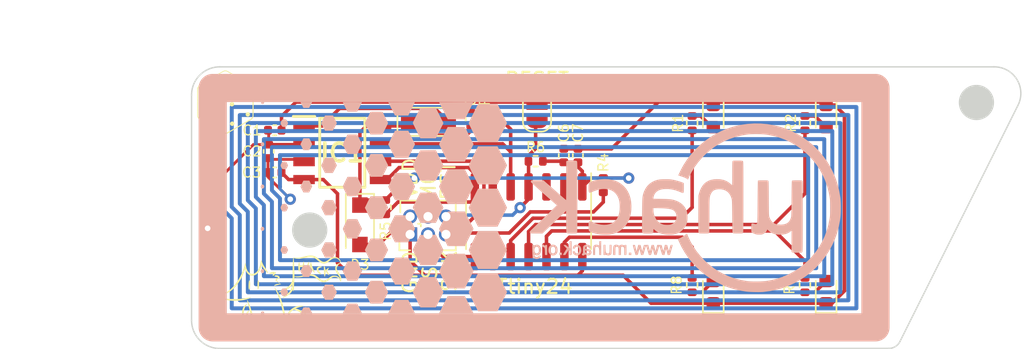
<source format=kicad_pcb>
(kicad_pcb (version 20211014) (generator pcbnew)
  (layers (0 "F.Cu" signal) (31 "B.Cu" signal) (34 "B.Paste" user) (35 "F.Paste" user) (36 "B.SilkS" user "B.Silkscreen") (37 "F.SilkS" user "F.Silkscreen") (38 "B.Mask" user) (39 "F.Mask" user) (44 "Edge.Cuts" user))
  (net 0 "")
  (net 1 "GND")
  (net 2 "VCC")
  (net 3 "Net-(D1-Pad2)")
  (net 4 "Net-(D2-Pad2)")
  (net 5 "/LED_RED")
  (net 6 "/NFC_V_EH")
  (net 7 "Net-(A1-Pad1)")
  (net 8 "Net-(A1-Pad2)")
  (net 9 "/RESET")
  (net 10 "/MISO")
  (net 11 "/INT0")
  (net 12 "/SCL{slash}SCK")
  (net 13 "/SDA{slash}MOSI")
  (net 14 "Net-(D5-Pad2)")
  (net 15 "Net-(D6-Pad2)")
  (net 16 "/LED_BLUE")
  (net 17 "/LED_GREEN")
  (net 18 "/LED_YELLOW")
  (net 19 "VDD")
  (footprint "Diode_SMD:D_SOD-123F" (layer "F.Cu") (at 46.8 23.9)
    (fp_text reference "D4" (at 0 -1.92) (layer "F.SilkS") (effects (font (size 0.7 0.7) (thickness 0.1))))
    (fp_text value "D" hide)
    (pad "1" smd rect (at -1.4 0) (size 1.1 1.1) (layers "F.Cu" "F.Paste" "F.Mask") (net 2 "VCC"))
    (pad "2" smd rect (at 1.4 0) (size 1.1 1.1) (layers "F.Cu" "F.Paste" "F.Mask") (net 6 "/NFC_V_EH"))
  )
  (footprint "Capacitor_SMD:C_0402_1005Metric" (layer "F.Cu") (at 56.4 26.3 90)
    (fp_text reference "C6" (at 1.6 0 90 unlocked) (layer "F.SilkS") (effects (font (size 0.7 0.7) (thickness 0.1))))
    (fp_text value "100nF" hide)
    (pad "1" smd roundrect (at -0.48 0 90) (size 0.56 0.62) (layers "F.Cu" "F.Paste" "F.Mask") (net 2 "VCC"))
    (pad "2" smd roundrect (at 0.48 0 90) (size 0.56 0.62) (layers "F.Cu" "F.Paste" "F.Mask") (net 1 "GND"))
  )
  (footprint "Resistor_SMD:R_0402_1005Metric" (layer "F.Cu") (at 73.5 24 90)
    (fp_text reference "R2" (at 0 -1 90 unlocked) (layer "F.SilkS") (effects (font (size 0.7 0.7) (thickness 0.1))))
    (fp_text value "220" hide)
    (pad "1" smd roundrect (at -0.51 0 90) (size 0.54 0.64) (layers "F.Cu" "F.Paste" "F.Mask") (net 16 "/LED_BLUE"))
    (pad "2" smd roundrect (at 0.51 0 90) (size 0.54 0.64) (layers "F.Cu" "F.Paste" "F.Mask") (net 4 "Net-(D2-Pad2)"))
  )
  (footprint "ST25DV04K-IER6S3:SOIC127P600X175-8N" (layer "F.Cu") (at 40.69 26.1)
    (fp_text reference "IC1" (at 0 0) (layer "F.SilkS") (effects (font (size 1.27 1.27) (thickness 0.254))))
    (fp_text value "ST25DV04K-IER6S3" hide)
    (pad "1" smd rect locked (at -2.712 -1.905 90) (size 0.65 1.525) (layers "F.Cu" "F.Paste" "F.Mask") (net 6 "/NFC_V_EH"))
    (pad "2" smd rect locked (at -2.712 -0.635 90) (size 0.65 1.525) (layers "F.Cu" "F.Paste" "F.Mask") (net 7 "Net-(A1-Pad1)"))
    (pad "3" smd rect locked (at -2.712 0.635 90) (size 0.65 1.525) (layers "F.Cu" "F.Paste" "F.Mask") (net 8 "Net-(A1-Pad2)"))
    (pad "4" smd rect locked (at -2.712 1.905 90) (size 0.65 1.525) (layers "F.Cu" "F.Paste" "F.Mask") (net 1 "GND"))
    (pad "5" smd rect locked (at 2.712 1.905 90) (size 0.65 1.525) (layers "F.Cu" "F.Paste" "F.Mask") (net 13 "/SDA{slash}MOSI"))
    (pad "6" smd rect locked (at 2.712 0.635 90) (size 0.65 1.525) (layers "F.Cu" "F.Paste" "F.Mask") (net 12 "/SCL{slash}SCK"))
    (pad "7" smd rect locked (at 2.712 -0.635 90) (size 0.65 1.525) (layers "F.Cu" "F.Paste" "F.Mask") (net 11 "/INT0"))
    (pad "8" smd rect locked (at 2.712 -1.905 90) (size 0.65 1.525) (layers "F.Cu" "F.Paste" "F.Mask") (net 2 "VCC"))
  )
  (footprint "Resistor_SMD:R_0402_1005Metric" (layer "F.Cu") (at 59.2 28.4 -90)
    (fp_text reference "R4" (at -1.6 0 90 unlocked) (layer "F.SilkS") (effects (font (size 0.7 0.7) (thickness 0.1))))
    (fp_text value "1.5K" hide)
    (pad "1" smd roundrect (at -0.51 0 270) (size 0.54 0.64) (layers "F.Cu" "F.Paste" "F.Mask") (net 2 "VCC"))
    (pad "2" smd roundrect (at 0.51 0 270) (size 0.54 0.64) (layers "F.Cu" "F.Paste" "F.Mask") (net 12 "/SCL{slash}SCK"))
  )
  (footprint "Resistor_SMD:R_0402_1005Metric" (layer "F.Cu") (at 65.5 24 -90)
    (fp_text reference "R1" (at 0 1 90 unlocked) (layer "F.SilkS") (effects (font (size 0.7 0.7) (thickness 0.1))))
    (fp_text value "220" hide)
    (pad "1" smd roundrect (at -0.51 0 270) (size 0.54 0.64) (layers "F.Cu" "F.Paste" "F.Mask") (net 3 "Net-(D1-Pad2)"))
    (pad "2" smd roundrect (at 0.51 0 270) (size 0.54 0.64) (layers "F.Cu" "F.Paste" "F.Mask") (net 5 "/LED_RED"))
  )
  (footprint "LOGO" (layer "F.Cu") (at 36.2 36.1)
    (fp_text reference "G***" hide)
    (fp_text value "LOGO" hide)
  )
  (footprint "LED_SMD:LED_0603_1608Metric" (layer "F.Cu") (at 75 23.5 -90)
    (fp_text reference "D2" (at -2.2 0 unlocked) (layer "F.SilkS") (effects (font (size 0.7 0.7) (thickness 0.1))))
    (fp_text value "LED_BLUE" hide)
    (pad "1" smd roundrect (at -0.7875 0 270) (size 0.875 0.95) (layers "F.Cu" "F.Paste" "F.Mask") (net 1 "GND"))
    (pad "2" smd roundrect (at 0.7875 0 270) (size 0.875 0.95) (layers "F.Cu" "F.Paste" "F.Mask") (net 4 "Net-(D2-Pad2)"))
  )
  (footprint "Capacitor_SMD:C_0402_1005Metric" (layer "F.Cu") (at 57.4 26.3 90)
    (fp_text reference "C7" (at 1.6 0 90) (layer "F.SilkS") (effects (font (size 0.7 0.7) (thickness 0.1))))
    (fp_text value "1nF" hide)
    (pad "1" smd roundrect (at -0.48 0 90) (size 0.56 0.62) (layers "F.Cu" "F.Paste" "F.Mask") (net 2 "VCC"))
    (pad "2" smd roundrect (at 0.48 0 90) (size 0.56 0.62) (layers "F.Cu" "F.Paste" "F.Mask") (net 1 "GND"))
  )
  (footprint "LED_SMD:LED_0603_1608Metric" (layer "F.Cu") (at 67 23.5 -90)
    (fp_text reference "D1" (at -2.2 0 unlocked) (layer "F.SilkS") (effects (font (size 0.7 0.7) (thickness 0.1))))
    (fp_text value "LED_RED" hide)
    (pad "1" smd roundrect (at -0.7875 0 270) (size 0.875 0.95) (layers "F.Cu" "F.Paste" "F.Mask") (net 1 "GND"))
    (pad "2" smd roundrect (at 0.7875 0 270) (size 0.875 0.95) (layers "F.Cu" "F.Paste" "F.Mask") (net 3 "Net-(D1-Pad2)"))
  )
  (footprint "LOGO" (layer "F.Cu") (at 32.4 22.5)
    (fp_text reference "G***" hide)
    (fp_text value "LOGO" hide)
  )
  (footprint "Resistor_SMD:R_0402_1005Metric" (layer "F.Cu") (at 73.5 35.5 -90)
    (fp_text reference "R7" (at 0 1.1 90) (layer "F.SilkS") (effects (font (size 0.7 0.7) (thickness 0.1))))
    (fp_text value "220" hide)
    (pad "1" smd roundrect (at -0.51 0 270) (size 0.54 0.64) (layers "F.Cu" "F.Paste" "F.Mask") (net 17 "/LED_GREEN"))
    (pad "2" smd roundrect (at 0.51 0 270) (size 0.54 0.64) (layers "F.Cu" "F.Paste" "F.Mask") (net 14 "Net-(D5-Pad2)"))
  )
  (footprint "Capacitor_SMD:C_0402_1005Metric" (layer "F.Cu") (at 35.9 24.5 180)
    (fp_text reference "C1" (at 1.61 -0.01 unlocked) (layer "F.SilkS") (effects (font (size 0.7 0.7) (thickness 0.1))))
    (fp_text value "NC")
    (pad "1" smd roundrect (at -0.48 0 180) (size 0.56 0.62) (layers "F.Cu" "F.Paste" "F.Mask") (net 1 "GND"))
    (pad "2" smd roundrect (at 0.48 0 180) (size 0.56 0.62) (layers "F.Cu" "F.Paste" "F.Mask") (net 7 "Net-(A1-Pad1)"))
  )
  (footprint "LED_SMD:LED_0603_1608Metric" (layer "F.Cu") (at 67 36 90)
    (fp_text reference "D6" (at -2.3 0 180) (layer "F.SilkS") (effects (font (size 0.7 0.7) (thickness 0.1))))
    (fp_text value "LED_YELLOW" hide)
    (pad "1" smd roundrect (at -0.7875 0 90) (size 0.875 0.95) (layers "F.Cu" "F.Paste" "F.Mask") (net 1 "GND"))
    (pad "2" smd roundrect (at 0.7875 0 90) (size 0.875 0.95) (layers "F.Cu" "F.Paste" "F.Mask") (net 15 "Net-(D6-Pad2)"))
  )
  (footprint "LED_SMD:LED_0603_1608Metric" (layer "F.Cu") (at 75 36 90)
    (fp_text reference "D5" (at -2.3 0) (layer "F.SilkS") (effects (font (size 0.7 0.7) (thickness 0.1))))
    (fp_text value "LED_GREEN" hide)
    (pad "1" smd roundrect (at -0.7875 0 90) (size 0.875 0.95) (layers "F.Cu" "F.Paste" "F.Mask") (net 1 "GND"))
    (pad "2" smd roundrect (at 0.7875 0 90) (size 0.875 0.95) (layers "F.Cu" "F.Paste" "F.Mask") (net 14 "Net-(D5-Pad2)"))
  )
  (footprint "Package_SO:SOIC-14_3.9x8.7mm_P1.27mm" (layer "F.Cu") (at 53.9 31 -90)
    (fp_text reference "U2" hide)
    (fp_text value "ATtiny24" (at 4.6 0 180) (layer "F.SilkS"))
    (pad "1" smd roundrect (at -2.475 -3.81 270) (size 1.95 0.6) (layers "F.Cu" "F.Paste" "F.Mask") (net 2 "VCC"))
    (pad "2" smd roundrect (at -2.475 -2.54 270) (size 1.95 0.6) (layers "F.Cu" "F.Paste" "F.Mask"))
    (pad "3" smd roundrect (at -2.475 -1.27 270) (size 1.95 0.6) (layers "F.Cu" "F.Paste" "F.Mask"))
    (pad "4" smd roundrect (at -2.475 0 270) (size 1.95 0.6) (layers "F.Cu" "F.Paste" "F.Mask") (net 9 "/RESET"))
    (pad "5" smd roundrect (at -2.475 1.27 270) (size 1.95 0.6) (layers "F.Cu" "F.Paste" "F.Mask") (net 11 "/INT0"))
    (pad "6" smd roundrect (at -2.475 2.54 270) (size 1.95 0.6) (layers "F.Cu" "F.Paste" "F.Mask"))
    (pad "7" smd roundrect (at -2.475 3.81 270) (size 1.95 0.6) (layers "F.Cu" "F.Paste" "F.Mask") (net 13 "/SDA{slash}MOSI"))
    (pad "8" smd roundrect (at 2.475 3.81 270) (size 1.95 0.6) (layers "F.Cu" "F.Paste" "F.Mask") (net 10 "/MISO"))
    (pad "9" smd roundrect (at 2.475 2.54 270) (size 1.95 0.6) (layers "F.Cu" "F.Paste" "F.Mask") (net 12 "/SCL{slash}SCK"))
    (pad "10" smd roundrect (at 2.475 1.27 270) (size 1.95 0.6) (layers "F.Cu" "F.Paste" "F.Mask") (net 5 "/LED_RED"))
    (pad "11" smd roundrect (at 2.475 0 270) (size 1.95 0.6) (layers "F.Cu" "F.Paste" "F.Mask") (net 16 "/LED_BLUE"))
    (pad "12" smd roundrect (at 2.475 -1.27 270) (size 1.95 0.6) (layers "F.Cu" "F.Paste" "F.Mask") (net 17 "/LED_GREEN"))
    (pad "13" smd roundrect (at 2.475 -2.54 270) (size 1.95 0.6) (layers "F.Cu" "F.Paste" "F.Mask") (net 18 "/LED_YELLOW"))
    (pad "14" smd roundrect (at 2.475 -3.81 270) (size 1.95 0.6) (layers "F.Cu" "F.Paste" "F.Mask") (net 1 "GND"))
  )
  (footprint "Resistor_SMD:R_0402_1005Metric" (layer "F.Cu") (at 43.76 29.97 -90)
    (fp_text reference "R5" (at 1.7 0 -270 unlocked) (layer "F.SilkS") (effects (font (size 0.7 0.7) (thickness 0.1))))
    (fp_text value "1.5K" hide)
    (pad "1" smd roundrect (at -0.51 0 270) (size 0.54 0.64) (layers "F.Cu" "F.Paste" "F.Mask") (net 2 "VCC"))
    (pad "2" smd roundrect (at 0.51 0 270) (size 0.54 0.64) (layers "F.Cu" "F.Paste" "F.Mask") (net 13 "/SDA{slash}MOSI"))
  )
  (footprint "Resistor_SMD:R_0402_1005Metric" (layer "F.Cu") (at 50.8 23.7 90)
    (fp_text reference "R3" (at 1.6 0 90 unlocked) (layer "F.SilkS") (effects (font (size 0.7 0.7) (thickness 0.1))))
    (fp_text value "1.5K" hide)
    (pad "1" smd roundrect (at -0.51 0 90) (size 0.54 0.64) (layers "F.Cu" "F.Paste" "F.Mask") (net 2 "VCC"))
    (pad "2" smd roundrect (at 0.51 0 90) (size 0.54 0.64) (layers "F.Cu" "F.Paste" "F.Mask") (net 11 "/INT0"))
  )
  (footprint "Capacitor_SMD:C_0402_1005Metric" (layer "F.Cu") (at 35.47 26 -90)
    (fp_text reference "C2" (at 0 1.18 unlocked) (layer "F.SilkS") (effects (font (size 0.7 0.7) (thickness 0.1))))
    (fp_text value "NC")
    (pad "1" smd roundrect (at -0.48 0 270) (size 0.56 0.62) (layers "F.Cu" "F.Paste" "F.Mask") (net 7 "Net-(A1-Pad1)"))
    (pad "2" smd roundrect (at 0.48 0 270) (size 0.56 0.62) (layers "F.Cu" "F.Paste" "F.Mask") (net 8 "Net-(A1-Pad2)"))
  )
  (footprint "Capacitor_SMD:C_0402_1005Metric" (layer "F.Cu") (at 35.9 27.5)
    (fp_text reference "C3" (at -1.64 0 unlocked) (layer "F.SilkS") (effects (font (size 0.7 0.7) (thickness 0.1))))
    (fp_text value "NC")
    (pad "1" smd roundrect (at -0.48 0) (size 0.56 0.62) (layers "F.Cu" "F.Paste" "F.Mask") (net 8 "Net-(A1-Pad2)"))
    (pad "2" smd roundrect (at 0.48 0) (size 0.56 0.62) (layers "F.Cu" "F.Paste" "F.Mask") (net 1 "GND"))
  )
  (footprint "Capacitor_SMD:C_0402_1005Metric" (layer "F.Cu") (at 49.8 23.7 90)
    (fp_text reference "C10" (at 1.9 0 90 unlocked) (layer "F.SilkS") (effects (font (size 0.7 0.7) (thickness 0.1))))
    (fp_text value "10nF" hide)
    (pad "1" smd roundrect (at -0.48 0 90) (size 0.56 0.62) (layers "F.Cu" "F.Paste" "F.Mask") (net 2 "VCC"))
    (pad "2" smd roundrect (at 0.48 0 90) (size 0.56 0.62) (layers "F.Cu" "F.Paste" "F.Mask") (net 1 "GND"))
  )
  (footprint "Diode_SMD:D_SOD-123F" (layer "F.Cu") (at 41.94 31.2175 -90)
    (fp_text reference "D3" (at 2.8325 0 180) (layer "F.SilkS") (effects (font (size 0.7 0.7) (thickness 0.1))))
    (fp_text value "D" hide)
    (pad "1" smd rect (at -1.4 0 270) (size 1.1 1.1) (layers "F.Cu" "F.Paste" "F.Mask") (net 2 "VCC"))
    (pad "2" smd rect (at 1.4 0 270) (size 1.1 1.1) (layers "F.Cu" "F.Paste" "F.Mask") (net 19 "VDD"))
  )
  (footprint "Resistor_SMD:R_0402_1005Metric" (layer "F.Cu") (at 65.5 35.5 -90)
    (fp_text reference "R8" (at 0 1.1 90) (layer "F.SilkS") (effects (font (size 0.7 0.7) (thickness 0.1))))
    (fp_text value "220" hide)
    (pad "1" smd roundrect (at -0.51 0 270) (size 0.54 0.64) (layers "F.Cu" "F.Paste" "F.Mask") (net 18 "/LED_YELLOW"))
    (pad "2" smd roundrect (at 0.51 0 270) (size 0.54 0.64) (layers "F.Cu" "F.Paste" "F.Mask") (net 15 "Net-(D6-Pad2)"))
  )
  (footprint "Resistor_SMD:R_0402_1005Metric" (layer "F.Cu") (at 54.4 26.7 180)
    (fp_text reference "R6" (at 0 1 unlocked) (layer "F.SilkS") (effects (font (size 0.7 0.7) (thickness 0.1))))
    (fp_text value "10K" hide)
    (pad "1" smd roundrect (at -0.51 0 180) (size 0.54 0.64) (layers "F.Cu" "F.Paste" "F.Mask") (net 2 "VCC"))
    (pad "2" smd roundrect (at 0.51 0 180) (size 0.54 0.64) (layers "F.Cu" "F.Paste" "F.Mask") (net 9 "/RESET"))
  )
  (footprint "Connector_PinHeader_1.27mm:PinHeader_2x03_P1.27mm_Vertical" (layer "F.Cu") (at 45.5 31.9 90)
    (fp_text reference "J1" hide)
    (fp_text value "SPI_Header" hide)
    (pad "1" thru_hole rect (at 0 0 90) (size 1 1) (drill 0.65) (layers *.Cu *.Mask) (net 1 "GND"))
    (pad "2" thru_hole oval (at 1.27 0 90) (size 1 1) (drill 0.65) (layers *.Cu *.Mask) (net 19 "VDD"))
    (pad "3" thru_hole oval (at 0 1.27 90) (size 1 1) (drill 0.65) (layers *.Cu *.Mask) (net 10 "/MISO"))
    (pad "4" thru_hole oval (at 1.27 1.27 90) (size 1 1) (drill 0.65) (layers *.Cu *.Mask) (net 13 "/SDA{slash}MOSI"))
    (pad "5" thru_hole oval (at 0 2.54 90) (size 1 1) (drill 0.65) (layers *.Cu *.Mask) (net 12 "/SCL{slash}SCK"))
    (pad "6" thru_hole oval (at 1.27 2.54 90) (size 1 1) (drill 0.65) (layers *.Cu *.Mask) (net 9 "/RESET"))
  )
  (footprint "Jumper:SolderJumper-2_P1.3mm_Open_RoundedPad1.0x1.5mm" (layer "F.Cu") (at 54.5 23.2 90)
    (fp_text reference "JP1" hide)
    (fp_text value "RESET" (at 2.3 0 180) (layer "F.SilkS"))
    (pad "1" smd custom (at -0.65 0 90) (size 1 0.5) (layers "F.Cu" "F.Mask") (net 9 "/RESET") (options (clearance outline) (anchor rect)) (primitives (gr_circle (center 0 0.25) (end 0.5 0.25) (width 0) (fill yes)) (gr_circle (center 0 -0.25) (end 0.5 -0.25) (width 0) (fill yes)) (gr_poly (pts (xy 0.5 0.75) (xy 0 0.75) (xy 0 -0.75) (xy 0.5 -0.75)) (width 0) (fill yes))))
    (pad "2" smd custom (at 0.65 0 90) (size 1 0.5) (layers "F.Cu" "F.Mask") (net 1 "GND") (options (clearance outline) (anchor rect)) (primitives (gr_circle (center 0 0.25) (end 0.5 0.25) (width 0) (fill yes)) (gr_circle (center 0 -0.25) (end 0.5 -0.25) (width 0) (fill yes)) (gr_poly (pts (xy 0 0.75) (xy -0.5 0.75) (xy -0.5 -0.75) (xy 0 -0.75)) (width 0) (fill yes))))
  )
  (footprint "MuTag Antenna:mutag_new_antenna" (layer "B.Cu") (at 79 39 90)
    (fp_text reference "A1" hide)
    (fp_text value "MuTag_NFC_Antenna" hide)
    (pad "1" smd circle (at 7.534491 -47.86 90) (size 0.28 0.28) (layers "B.Cu" "B.Paste" "B.Mask") (net 7 "Net-(A1-Pad1)"))
    (pad "1" smd custom (at 7.534491 -47.86 90) (size 0.28 0.28) (layers "B.Cu") (net 7 "Net-(A1-Pad1)") (options (clearance outline) (anchor circle)) (primitives (gr_line (start -7.394491 0) (end 0 0) (width 0.28)) (gr_line (start -7.394491 47.72) (end -7.394491 0) (width 0.28)) (gr_line (start 10.325509 47.72) (end -7.394491 47.72) (width 0.28)) (gr_line (start 10.325509 0) (end 10.325509 47.72) (width 0.28)) (gr_line (start 0.806102 0) (end 10.325509 0) (width 0.28)) (gr_line (start 0.236102 0.57) (end 0.806102 0) (width 0.28)) (gr_line (start -6.824491 0.57) (end 0.236102 0.57) (width 0.28)) (gr_line (start -6.824491 47.15) (end -6.824491 0.57) (width 0.28)) (gr_line (start 9.755509 47.15) (end -6.824491 47.15) (width 0.28)) (gr_line (start 9.755509 0.57) (end 9.755509 47.15) (width 0.28)) (gr_line (start 1.042203 0.57) (end 9.755509 0.57) (width 0.28)) (gr_line (start 0.472203 1.14) (end 1.042203 0.57) (width 0.28)) (gr_line (start -6.254491 1.14) (end 0.472203 1.14) (width 0.28)) (gr_line (start -6.254491 46.58) (end -6.254491 1.14) (width 0.28)) (gr_line (start 9.185509 46.58) (end -6.254491 46.58) (width 0.28)) (gr_line (start 9.185509 1.14) (end 9.185509 46.58) (width 0.28)) (gr_line (start 1.278305 1.14) (end 9.185509 1.14) (width 0.28)) (gr_line (start 0.708305 1.71) (end 1.278305 1.14) (width 0.28)) (gr_line (start -5.684491 1.71) (end 0.708305 1.71) (width 0.28)) (gr_line (start -5.684491 46.01) (end -5.684491 1.71) (width 0.28)) (gr_line (start 8.615509 46.01) (end -5.684491 46.01) (width 0.28)) (gr_line (start 8.615509 1.71) (end 8.615509 46.01) (width 0.28)) (gr_line (start 1.514407 1.71) (end 8.615509 1.71) (width 0.28)) (gr_line (start 0.944407 2.28) (end 1.514407 1.71) (width 0.28)) (gr_line (start -5.114491 2.28) (end 0.944407 2.28) (width 0.28)) (gr_line (start -5.114491 45.44) (end -5.114491 2.28) (width 0.28)) (gr_line (start 8.045509 45.44) (end -5.114491 45.44) (width 0.28)) (gr_line (start 8.045509 2.28) (end 8.045509 45.44) (width 0.28)) (gr_line (start 1.750509 2.28) (end 8.045509 2.28) (width 0.28)) (gr_line (start 1.180509 2.85) (end 1.750509 2.28) (width 0.28)) (gr_line (start -4.544491 2.85) (end 1.180509 2.85) (width 0.28)) (gr_line (start -4.544491 44.87) (end -4.544491 2.85) (width 0.28)) (gr_line (start 7.475509 44.87) (end -4.544491 44.87) (width 0.28)) (gr_line (start 7.475509 2.85) (end 7.475509 44.87) (width 0.28)) (gr_line (start 1.98661 2.85) (end 7.475509 2.85) (width 0.28)) (gr_line (start 1.41661 3.42) (end 1.98661 2.85) (width 0.28)) (gr_line (start -3.974491 3.42) (end 1.41661 3.42) (width 0.28)) (gr_line (start -3.974491 44.3) (end -3.974491 3.42) (width 0.28)) (gr_line (start 6.905509 44.3) (end -3.974491 44.3) (width 0.28)) (gr_line (start 6.905509 3.42) (end 6.905509 44.3) (width 0.28)) (gr_line (start 2.222712 3.42) (end 6.905509 3.42) (width 0.28)) (gr_line (start 1.652712 3.99) (end 2.222712 3.42) (width 0.28)) (gr_line (start -3.404491 3.99) (end 1.652712 3.99) (width 0.28)) (gr_line (start -3.404491 43.73) (end -3.404491 3.99) (width 0.28)) (gr_line (start 6.335509 43.73) (end -3.404491 43.73) (width 0.28)) (gr_line (start 6.335509 3.99) (end 6.335509 43.73) (width 0.28)) (gr_line (start 2.458814 3.99) (end 6.335509 3.99) (width 0.28)) (gr_line (start 1.888814 4.56) (end 2.458814 3.99) (width 0.28)) (gr_line (start -2.834491 4.56) (end 1.888814 4.56) (width 0.28)) (gr_line (start -2.834491 43.16) (end -2.834491 4.56) (width 0.28)) (gr_line (start 5.765509 43.16) (end -2.834491 43.16) (width 0.28)) (gr_line (start 5.765509 4.56) (end 5.765509 43.16) (width 0.28)) (gr_line (start 2.694916 4.56) (end 5.765509 4.56) (width 0.28)) (gr_line (start 2.124916 5.13) (end 2.694916 4.56) (width 0.28)) (gr_line (start -2.264491 5.13) (end 2.124916 5.13) (width 0.28)) (gr_line (start -2.264491 42.59) (end -2.264491 5.13) (width 0.28)) (gr_line (start 5.195509 42.59) (end -2.264491 42.59) (width 0.28)) (gr_line (start 5.195509 5.13) (end 5.195509 42.59) (width 0.28))))
    (pad "2" smd circle (at 10.465509 -42.73 90) (size 0.28 0.28) (layers "B.Cu" "B.Paste" "B.Mask") (net 8 "Net-(A1-Pad2)"))
    (pad "2" smd custom (at 10.465509 -42.73 90) (size 0.28 0.28) (layers "B.Cu") (net 8 "Net-(A1-Pad2)") (options (clearance outline) (anchor circle)) (primitives (gr_line (start 2.264491 0) (end 0 0) (width 0.28))))
  )
  (footprint "LOGO" (layer "B.Cu") (at 42.5 30 90)
    (fp_text reference "G***" hide)
    (fp_text value "LOGO" hide)
  )
  (footprint "LOGO" (layer "B.Cu") (at 65 30 180)
    (fp_text reference "G***" hide)
    (fp_text value "LOGO" hide)
  )
  (gr_rect (start 31.5 21.5) (end 78.5 38.5) (layer "B.SilkS") (width 2) (fill none))
  (gr_arc (start 86.9 20) (mid 88.531714 20.89521) (end 88.594066 22.755318) (layer "Edge.Cuts") (width 0.1))
  (gr_line (start 32 20) (end 86.9 20) (layer "Edge.Cuts") (width 0.1))
  (gr_circle (center 38.38 31.59) (end 39.532 31.59) (layer "Edge.Cuts") (width 0.2) (fill solid))
  (gr_line (start 88.594066 22.755318) (end 80.26 39.46) (layer "Edge.Cuts") (width 0.1))
  (gr_line (start 30 38) (end 30 22) (layer "Edge.Cuts") (width 0.1))
  (gr_arc (start 32 40) (mid 30.585786 39.414214) (end 30 38) (layer "Edge.Cuts") (width 0.1))
  (gr_arc (start 30 22) (mid 30.585786 20.585786) (end 32 20) (layer "Edge.Cuts") (width 0.1))
  (gr_line (start 79.449953 39.994972) (end 32 40) (layer "Edge.Cuts") (width 0.1))
  (gr_circle (center 85.66 22.53) (end 86.812 22.53) (layer "Edge.Cuts") (width 0.2) (fill solid))
  (gr_arc (start 80.26 39.46) (mid 79.934875 39.848467) (end 79.449953 39.994972) (layer "Edge.Cuts") (width 0.1))
  (gr_text "VDD" (at 45.5 27.9 90) (layer "F.SilkS") (effects (font (size 1 1))))
  (gr_text "RST" (at 48.2 28.1 90) (layer "F.SilkS") (effects (font (size 1 1))))
  (gr_text "GND" (at 45.5 34.6 90) (layer "F.SilkS") (effects (font (size 1 1))))
  (gr_text "SCK" (at 48.3 34.5 90) (layer "F.SilkS") (effects (font (size 1 1))))
  (gr_text "MOSI" (at 46.8 27.7 90) (layer "F.SilkS") (effects (font (size 1 1))))
  (gr_text "MISO" (at 46.9 34.9 90) (layer "F.SilkS") (effects (font (size 1 1))))
  (segment (start 76.3 35.9125) (end 75.425 36.7875) (width 0.25) (layer "F.Cu") (net 1))
  (segment (start 54.55 22.5) (end 63.1 22.5) (width 0.25) (layer "F.Cu") (net 1))
  (segment (start 40.35 29.01) (end 39.345 28.005) (width 0.25) (layer "F.Cu") (net 1))
  (segment (start 49.8 22.9) (end 49.8 23.22) (width 0.25) (layer "F.Cu") (net 1))
  (segment (start 46.53 34.8) (end 57.4 34.8) (width 0.25) (layer "F.Cu") (net 1))
  (segment (start 75 22.7125) (end 75.6125 22.7125) (width 0.25) (layer "F.Cu") (net 1))
  (segment (start 41.23 34.8) (end 40.35 33.92) (width 0.25) (layer "F.Cu") (net 1))
  (segment (start 60.6 34.8) (end 62.5875 36.7875) (width 0.25) (layer "F.Cu") (net 1))
  (segment (start 57.4 34.8) (end 57.71 34.49) (width 0.25) (layer "F.Cu") (net 1))
  (segment (start 36.885 28.005) (end 36.38 27.5) (width 0.25) (layer "F.Cu") (net 1))
  (segment (start 59.78 25.82) (end 63.1 22.5) (width 0.25) (layer "F.Cu") (net 1))
  (segment (start 75 36.7875) (end 67 36.7875) (width 0.25) (layer "F.Cu") (net 1))
  (segment (start 57.4 34.8) (end 60.6 34.8) (width 0.25) (layer "F.Cu") (net 1))
  (segment (start 49.4 22.5) (end 49.8 22.9) (width 0.25) (layer "F.Cu") (net 1))
  (segment (start 74.7875 22.5) (end 75 22.7125) (width 0.25) (layer "F.Cu") (net 1))
  (segment (start 49.4 22.5) (end 54.45 22.5) (width 0.25) (layer "F.Cu") (net 1))
  (segment (start 66.3 22.5) (end 74.7875 22.5) (width 0.25) (layer "F.Cu") (net 1))
  (segment (start 40.35 33.92) (end 40.35 29.01) (width 0.25) (layer "F.Cu") (net 1))
  (segment (start 66.3 22.5) (end 66.7875 22.5) (width 0.25) (layer "F.Cu") (net 1))
  (segment (start 46.53 34.8) (end 41.23 34.8) (width 0.25) (layer "F.Cu") (net 1))
  (segment (start 75.425 36.7875) (end 75 36.7875) (width 0.25) (layer "F.Cu") (net 1))
  (segment (start 36.38 24.5) (end 36.38 23.52) (width 0.25) (layer "F.Cu") (net 1))
  (segment (start 45.5 33.77) (end 46.53 34.8) (width 0.25) (layer "F.Cu") (net 1))
  (segment (start 76.3 23.4) (end 76.3 35.9125) (width 0.25) (layer "F.Cu") (net 1))
  (segment (start 39.345 28.005) (end 37.978 28.005) (width 0.25) (layer "F.Cu") (net 1))
  (segment (start 63.1 22.5) (end 66.3 22.5) (width 0.25) (layer "F.Cu") (net 1))
  (segment (start 57.4 25.82) (end 59.78 25.82) (width 0.25) (layer "F.Cu") (net 1))
  (segment (start 37.978 28.005) (end 36.885 28.005) (width 0.25) (layer "F.Cu") (net 1))
  (segment (start 66.7875 22.5) (end 67 22.7125) (width 0.25) (layer "F.Cu") (net 1))
  (segment (start 75.6125 22.7125) (end 76.3 23.4) (width 0.25) (layer "F.Cu") (net 1))
  (segment (start 37.4 22.5) (end 49.4 22.5) (width 0.25) (layer "F.Cu") (net 1))
  (segment (start 57.71 34.49) (end 57.71 33.475) (width 0.25) (layer "F.Cu") (net 1))
  (segment (start 62.5875 36.7875) (end 67 36.7875) (width 0.25) (layer "F.Cu") (net 1))
  (segment (start 36.38 27.5) (end 36.38 27.58) (width 0.25) (layer "F.Cu") (net 1))
  (segment (start 56.4 25.82) (end 57.4 25.82) (width 0.25) (layer "F.Cu") (net 1))
  (segment (start 45.5 31.9) (end 45.5 33.77) (width 0.25) (layer "F.Cu") (net 1))
  (segment (start 36.38 23.52) (end 37.4 22.5) (width 0.25) (layer "F.Cu") (net 1))
  (segment (start 56.4 26.78) (end 57.4 26.78) (width 0.25) (layer "F.Cu") (net 2))
  (segment (start 49.8 24.55) (end 49.8 24.18) (width 0.25) (layer "F.Cu") (net 2))
  (segment (start 60.99 27.89) (end 59.2 27.89) (width 0.25) (layer "F.Cu") (net 2))
  (segment (start 58.345 27.89) (end 57.71 28.525) (width 0.25) (layer "F.Cu") (net 2))
  (segment (start 50.77 24.18) (end 50.8 24.21) (width 0.25) (layer "F.Cu") (net 2))
  (segment (start 49.5 24.85) (end 49.8 24.55) (width 0.25) (layer "F.Cu") (net 2))
  (segment (start 54.91 26.7) (end 56.32 26.7) (width 0.25) (layer "F.Cu") (net 2))
  (segment (start 45.4 23.9) (end 46.35 24.85) (width 0.25) (layer "F.Cu") (net 2))
  (segment (start 49.785 24.195) (end 49.8 24.18) (width 0.25) (layer "F.Cu") (net 2))
  (segment (start 45.8 27.9) (end 45.3 27.9) (width 0.25) (layer "F.Cu") (net 2))
  (segment (start 41.94 29.8175) (end 41.94 24.66) (width 0.25) (layer "F.Cu") (net 2))
  (segment (start 45.105 24.195) (end 45.4 23.9) (width 0.25) (layer "F.Cu") (net 2))
  (segment (start 59.2 27.89) (end 58.345 27.89) (width 0.25) (layer "F.Cu") (net 2))
  (segment (start 42.2975 29.46) (end 41.94 29.8175) (width 0.25) (layer "F.Cu") (net 2))
  (segment (start 57.4 27.1) (end 57.71 27.41) (width 0.25) (layer "F.Cu") (net 2))
  (segment (start 57.71 27.41) (end 57.71 28.525) (width 0.25) (layer "F.Cu") (net 2))
  (segment (start 49.8 24.18) (end 50.77 24.18) (width 0.25) (layer "F.Cu") (net 2))
  (segment (start 46.35 24.85) (end 49.5 24.85) (width 0.25) (layer "F.Cu") (net 2))
  (segment (start 42.405 24.195) (end 43.402 24.195) (width 0.25) (layer "F.Cu") (net 2))
  (segment (start 43.76 29.44) (end 43.76 29.46) (width 0.25) (layer "F.Cu") (net 2))
  (segment (start 57.4 26.78) (end 57.4 27.1) (width 0.25) (layer "F.Cu") (net 2))
  (segment (start 43.402 24.195) (end 45.105 24.195) (width 0.25) (layer "F.Cu") (net 2))
  (segment (start 45.3 27.9) (end 43.76 29.44) (width 0.25) (layer "F.Cu") (net 2))
  (segment (start 41.94 24.66) (end 42.405 24.195) (width 0.25) (layer "F.Cu") (net 2))
  (segment (start 61 27.9) (end 60.99 27.89) (width 0.25) (layer "F.Cu") (net 2))
  (segment (start 43.76 29.46) (end 42.2975 29.46) (width 0.25) (layer "F.Cu") (net 2))
  (segment (start 56.32 26.7) (end 56.4 26.78) (width 0.25) (layer "F.Cu") (net 2))
  (via (at 61 27.9) (size 0.8) (drill 0.4) (layers "F.Cu" "B.Cu") (net 2))
  (via (at 45.8 27.9) (size 0.8) (drill 0.4) (layers "F.Cu" "B.Cu") (net 2))
  (segment (start 45.8 27.9) (end 61 27.9) (width 0.25) (layer "B.Cu") (net 2))
  (segment (start 66.1025 23.49) (end 66.8 24.1875) (width 0.25) (layer "F.Cu") (net 3))
  (segment (start 65.5 23.49) (end 66.1025 23.49) (width 0.25) (layer "F.Cu") (net 3))
  (segment (start 74.2025 23.49) (end 75 24.2875) (width 0.25) (layer "F.Cu") (net 4))
  (segment (start 73.5 23.49) (end 74.2025 23.49) (width 0.25) (layer "F.Cu") (net 4))
  (segment (start 52.63 33.475) (end 52.63 32.331702) (width 0.25) (layer "F.Cu") (net 5))
  (segment (start 54.211702 30.75) (end 64.73 30.75) (width 0.25) (layer "F.Cu") (net 5))
  (segment (start 65.5 29.98) (end 65.5 24.51) (width 0.25) (layer "F.Cu") (net 5))
  (segment (start 52.63 32.331702) (end 54.211702 30.75) (width 0.25) (layer "F.Cu") (net 5))
  (segment (start 64.73 30.75) (end 65.5 29.98) (width 0.25) (layer "F.Cu") (net 5))
  (segment (start 37.978 24.195) (end 39.255 24.195) (width 0.25) (layer "F.Cu") (net 6))
  (segment (start 39.255 24.195) (end 40.5 22.95) (width 0.25) (layer "F.Cu") (net 6))
  (segment (start 47.25 22.95) (end 48.2 23.9) (width 0.25) (layer "F.Cu") (net 6))
  (segment (start 40.5 22.95) (end 47.25 22.95) (width 0.25) (layer "F.Cu") (net 6))
  (segment (start 31.14 28.76) (end 34.38 25.52) (width 0.2) (layer "F.Cu") (net 7))
  (segment (start 31.14 31.465509) (end 31.14 28.76) (width 0.2) (layer "F.Cu") (net 7))
  (segment (start 35.49 25.5) (end 37.943 25.5) (width 0.2) (layer "F.Cu") (net 7))
  (segment (start 35.47 25.52) (end 35.47 24.55) (width 0.2) (layer "F.Cu") (net 7))
  (segment (start 37.943 25.5) (end 37.978 25.465) (width 0.2) (layer "F.Cu") (net 7))
  (segment (start 35.47 25.52) (end 35.49 25.5) (width 0.2) (layer "F.Cu") (net 7))
  (segment (start 35.47 24.55) (end 35.42 24.5) (width 0.2) (layer "F.Cu") (net 7))
  (segment (start 34.38 25.52) (end 35.47 25.52) (width 0.2) (layer "F.Cu") (net 7))
  (via (at 31.14 31.465509) (size 0.8) (drill 0.4) (layers "F.Cu" "B.Cu") (net 7))
  (segment (start 35.47 26.48) (end 35.57 26.58) (width 0.25) (layer "F.Cu") (net 8))
  (segment (start 37.823 26.58) (end 37.978 26.735) (width 0.25) (layer "F.Cu") (net 8))
  (segment (start 37 29.4) (end 35.42 27.82) (width 0.2) (layer "F.Cu") (net 8))
  (segment (start 35.42 27.5) (end 35.42 26.53) (width 0.2) (layer "F.Cu") (net 8))
  (segment (start 35.47 26.48) (end 35.56 26.57) (width 0.2) (layer "F.Cu") (net 8))
  (segment (start 35.42 27.82) (end 35.42 27.5) (width 0.2) (layer "F.Cu") (net 8))
  (segment (start 35.42 26.53) (end 35.47 26.48) (width 0.2) (layer "F.Cu") (net 8))
  (segment (start 37.813 26.57) (end 37.978 26.735) (width 0.2) (layer "F.Cu") (net 8))
  (segment (start 35.56 26.57) (end 37.813 26.57) (width 0.2) (layer "F.Cu") (net 8))
  (via (at 37 29.4) (size 0.8) (drill 0.4) (layers "F.Cu" "B.Cu") (net 8))
  (segment (start 36.27 28.534491) (end 36.27 28.67) (width 0.2) (layer "B.Cu") (net 8))
  (segment (start 36.27 28.67) (end 37 29.4) (width 0.2) (layer "B.Cu") (net 8))
  (segment (start 54.4 25.8) (end 54.4 23.95) (width 0.25) (layer "F.Cu") (net 9))
  (segment (start 53.3 30) (end 53.9 29.4) (width 0.25) (layer "F.Cu") (net 9))
  (segment (start 53.9 29.4) (end 53.9 28.525) (width 0.25) (layer "F.Cu") (net 9))
  (segment (start 53.9 28.525) (end 53.9 26.71) (width 0.25) (layer "F.Cu") (net 9))
  (segment (start 53.89 26.31) (end 54.4 25.8) (width 0.25) (layer "F.Cu") (net 9))
  (segment (start 53.89 26.7) (end 53.89 26.31) (width 0.25) (layer "F.Cu") (net 9))
  (via (at 53.3 30) (size 0.8) (drill 0.4) (layers "F.Cu" "B.Cu") (net 9))
  (segment (start 52.77 30.53) (end 53.3 30) (width 0.25) (layer "B.Cu") (net 9))
  (segment (start 48.04 30.63) (end 48.14 30.53) (width 0.25) (layer "B.Cu") (net 9))
  (segment (start 48.14 30.53) (end 52.77 30.53) (width 0.25) (layer "B.Cu") (net 9))
  (segment (start 46.77 32.41) (end 47.835 33.475) (width 0.25) (layer "F.Cu") (net 10))
  (segment (start 47.835 33.475) (end 50.09 33.475) (width 0.25) (layer "F.Cu") (net 10))
  (segment (start 46.77 31.9) (end 46.77 32.41) (width 0.25) (layer "F.Cu") (net 10))
  (segment (start 52.63 26.33) (end 52.63 24.43) (width 0.25) (layer "F.Cu") (net 11))
  (segment (start 52.065 25.465) (end 52.35 25.75) (width 0.25) (layer "F.Cu") (net 11))
  (segment (start 51.39 23.19) (end 50.8 23.19) (width 0.25) (layer "F.Cu") (net 11))
  (segment (start 52.63 26.33) (end 52.63 28.525) (width 0.25) (layer "F.Cu") (net 11))
  (segment (start 43.402 25.465) (end 52.065 25.465) (width 0.25) (layer "F.Cu") (net 11))
  (segment (start 43.402 25.465) (end 43.567 25.3) (width 0.25) (layer "F.Cu") (net 11))
  (segment (start 52.63 26.03) (end 52.63 26.33) (width 0.25) (layer "F.Cu") (net 11))
  (segment (start 50.8 23.19) (end 50.79 23.2) (width 0.25) (layer "F.Cu") (net 11))
  (segment (start 52.63 24.43) (end 51.39 23.19) (width 0.25) (layer "F.Cu") (net 11))
  (segment (start 52.35 25.75) (end 52.63 26.03) (width 0.25) (layer "F.Cu") (net 11))
  (segment (start 43.437 26.7) (end 50.3 26.7) (width 0.25) (layer "F.Cu") (net 12))
  (segment (start 48.14 31.8) (end 48.9 31.8) (width 0.25) (layer "F.Cu") (net 12))
  (segment (start 48.9 31.8) (end 52.525 31.8) (width 0.25) (layer "F.Cu") (net 12))
  (segment (start 54.025 30.300305) (end 54.025 30.3) (width 0.25) (layer "F.Cu") (net 12))
  (segment (start 50.3 26.7) (end 50.735 27.135) (width 0.25) (layer "F.Cu") (net 12))
  (segment (start 48.04 31.9) (end 48.14 31.8) (width 0.25) (layer "F.Cu") (net 12))
  (segment (start 51.36 32.1) (end 51.647347 31.812653) (width 0.25) (layer "F.Cu") (net 12))
  (segment (start 50.735 29.965) (end 48.9 31.8) (width 0.25) (layer "F.Cu") (net 12))
  (segment (start 50.735 27.135) (end 50.735 29.965) (width 0.25) (layer "F.Cu") (net 12))
  (segment (start 51.36 32.965305) (end 51.36 32.1) (width 0.25) (layer "F.Cu") (net 12))
  (segment (start 59.2 29.6) (end 59.2 28.91) (width 0.25) (layer "F.Cu") (net 12))
  (segment (start 43.402 26.735) (end 43.437 26.7) (width 0.25) (layer "F.Cu") (net 12))
  (segment (start 52.525 31.8) (end 54.025 30.3) (width 0.25) (layer "F.Cu") (net 12))
  (segment (start 54.025 30.3) (end 58.5 30.3) (width 0.25) (layer "F.Cu") (net 12))
  (segment (start 58.5 30.3) (end 59.2 29.6) (width 0.25) (layer "F.Cu") (net 12))
  (segment (start 43.76 30.48) (end 44.64 29.6) (width 0.25) (layer "F.Cu") (net 13))
  (segment (start 48.2 29.6) (end 49.8 29.6) (width 0.25) (layer "F.Cu") (net 13))
  (segment (start 47.25 29.6) (end 48.2 29.6) (width 0.25) (layer "F.Cu") (net 13))
  (segment (start 50.09 29.31) (end 50.09 28.525) (width 0.25) (layer "F.Cu") (net 13))
  (segment (start 43.8695 28.005) (end 44.7245 27.15) (width 0.25) (layer "F.Cu") (net 13))
  (segment (start 49.65 27.15) (end 50.09 27.59) (width 0.25) (layer "F.Cu") (net 13))
  (segment (start 50.09 27.59) (end 50.09 28.525) (width 0.25) (layer "F.Cu") (net 13))
  (segment (start 44.64 29.6) (end 48.2 29.6) (width 0.25) (layer "F.Cu") (net 13))
  (segment (start 44.7245 27.15) (end 49.65 27.15) (width 0.25) (layer "F.Cu") (net 13))
  (segment (start 46.77 30.08) (end 47.25 29.6) (width 0.25) (layer "F.Cu") (net 13))
  (segment (start 46.77 30.63) (end 46.77 30.08) (width 0.25) (layer "F.Cu") (net 13))
  (segment (start 49.8 29.6) (end 50.09 29.31) (width 0.25) (layer "F.Cu") (net 13))
  (segment (start 74.2025 36.01) (end 75 35.2125) (width 0.25) (layer "F.Cu") (net 14))
  (segment (start 73.5 36.01) (end 74.2025 36.01) (width 0.25) (layer "F.Cu") (net 14))
  (segment (start 66.2025 36.01) (end 67 35.2125) (width 0.25) (layer "F.Cu") (net 15))
  (segment (start 65.5 36.01) (end 66.2025 36.01) (width 0.25) (layer "F.Cu") (net 15))
  (segment (start 71.3 31.2) (end 73.5 29) (width 0.25) (layer "F.Cu") (net 16))
  (segment (start 53.9 31.698098) (end 54.398098 31.2) (width 0.25) (layer "F.Cu") (net 16))
  (segment (start 73.5 29) (end 73.5 24.485) (width 0.25) (layer "F.Cu") (net 16))
  (segment (start 54.398098 31.2) (end 71.3 31.2) (width 0.25) (layer "F.Cu") (net 16))
  (segment (start 53.9 33.475) (end 53.9 31.698098) (width 0.25) (layer "F.Cu") (net 16))
  (segment (start 55.17 32.03) (end 55.55 31.65) (width 0.25) (layer "F.Cu") (net 17))
  (segment (start 73.5 33.8) (end 73.5 34.99) (width 0.25) (layer "F.Cu") (net 17))
  (segment (start 55.55 31.65) (end 71.35 31.65) (width 0.25) (layer "F.Cu") (net 17))
  (segment (start 55.17 33.475) (end 55.17 32.03) (width 0.25) (layer "F.Cu") (net 17))
  (segment (start 71.35 31.65) (end 73.5 33.8) (width 0.25) (layer "F.Cu") (net 17))
  (segment (start 56.44 32.46) (end 56.8 32.1) (width 0.25) (layer "F.Cu") (net 18))
  (segment (start 56.44 33.475) (end 56.44 32.46) (width 0.25) (layer "F.Cu") (net 18))
  (segment (start 64.8 32.1) (end 65.5 32.8) (width 0.25) (layer "F.Cu") (net 18))
  (segment (start 56.8 32.1) (end 64.8 32.1) (width 0.25) (layer "F.Cu") (net 18))
  (segment (start 65.5 32.8) (end 65.5 34.99) (width 0.25) (layer "F.Cu") (net 18))
  (segment (start 43.2725 32.6175) (end 41.94 32.6175) (width 0.25) (layer "F.Cu") (net 19))
  (segment (start 45.5 30.63) (end 45.26 30.63) (width 0.25) (layer "F.Cu") (net 19))
  (segment (start 45.26 30.63) (end 43.2725 32.6175) (width 0.25) (layer "F.Cu") (net 19))
  (segment (start 45.245 30.63) (end 45.5 30.63) (width 0.25) (layer "F.Cu") (net 19))
)
</source>
